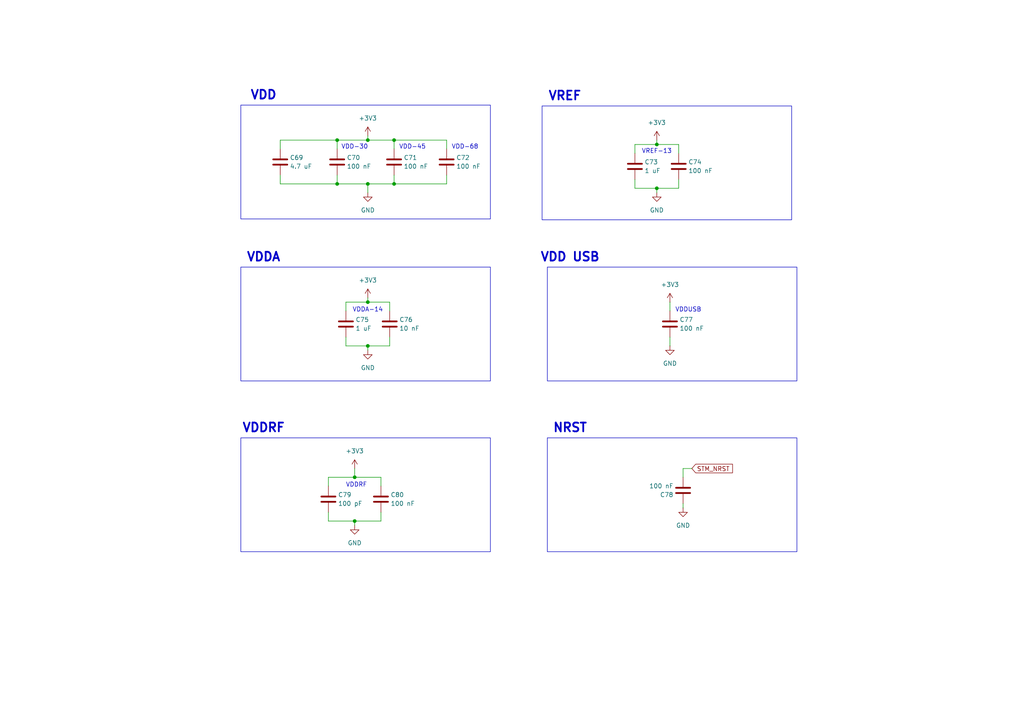
<source format=kicad_sch>
(kicad_sch (version 20231120) (generator "eeschema") (generator_version "8.0")
  (paper "A4")
  (title_block (title "Jakka1") (rev "1") (company "Jacob Kapala"))
  (lib_symbols
    (symbol "Device:C" (pin_numbers hide) (pin_names (offset 0.254))
      (property "Reference" "C" (at 0.635 2.54 0))
      (property "Value" "C" (at 0.635 -2.54 0))
      (symbol "C_0_1"
        (polyline (pts (xy -2.032 -0.762) (xy 2.032 -0.762)) (stroke (width 0.508)))
        (polyline (pts (xy -2.032 0.762) (xy 2.032 0.762)) (stroke (width 0.508)))
      )
      (symbol "C_1_1"
        (pin passive line (at 0 3.81 270) (length 2.794) (name "~") (number "1"))
        (pin passive line (at 0 -3.81 90) (length 2.794) (name "~") (number "2"))
      )
    )
    (symbol "power:+3V3" (power) (pin_numbers hide) (pin_names (offset 0) hide)
      (property "Value" "+3V3" (at 0 3.556 0))
      (symbol "+3V3_0_1"
        (polyline (pts (xy -0.762 1.27) (xy 0 2.54)))
        (polyline (pts (xy 0 0) (xy 0 2.54)))
        (polyline (pts (xy 0 2.54) (xy 0.762 1.27)))
      )
      (symbol "+3V3_1_1"
        (pin power_in line (at 0 0 90) (length 0) (name "~") (number "1"))
      )
    )
    (symbol "power:GND" (power) (pin_numbers hide) (pin_names (offset 0) hide)
      (property "Value" "GND" (at 0 -3.81 0))
      (symbol "GND_0_1"
        (polyline (pts (xy 0 0) (xy 0 -1.27) (xy 1.27 -1.27) (xy 0 -2.54) (xy -1.27 -1.27) (xy 0 -1.27)))
      )
      (symbol "GND_1_1"
        (pin power_in line (at 0 0 270) (length 0) (name "~") (number "1"))
      )
    )
  )
  (junction (at 114.3 53.34))
  (junction (at 106.68 87.63))
  (junction (at 190.5 54.61))
  (junction (at 106.68 100.33))
  (junction (at 114.3 40.64))
  (junction (at 102.87 138.43))
  (junction (at 190.5 41.91))
  (junction (at 97.79 53.34))
  (junction (at 102.87 151.13))
  (junction (at 97.79 40.64))
  (junction (at 106.68 53.34))
  (junction (at 106.68 40.64))
  (wire (pts (xy 95.25 138.43) (xy 102.87 138.43)))
  (wire (pts (xy 184.15 41.91) (xy 190.5 41.91)))
  (wire (pts (xy 198.12 147.32) (xy 198.12 146.05)))
  (wire (pts (xy 198.12 138.43) (xy 198.12 135.89)))
  (wire (pts (xy 102.87 135.89) (xy 102.87 138.43)))
  (wire (pts (xy 102.87 151.13) (xy 102.87 152.4)))
  (wire (pts (xy 184.15 54.61) (xy 190.5 54.61)))
  (wire (pts (xy 184.15 44.45) (xy 184.15 41.91)))
  (wire (pts (xy 102.87 151.13) (xy 110.49 151.13)))
  (wire (pts (xy 95.25 140.97) (xy 95.25 138.43)))
  (wire (pts (xy 194.31 87.63) (xy 194.31 90.17)))
  (wire (pts (xy 110.49 138.43) (xy 110.49 140.97)))
  (wire (pts (xy 198.12 135.89) (xy 200.66 135.89)))
  (wire (pts (xy 113.03 87.63) (xy 113.03 90.17)))
  (wire (pts (xy 129.54 43.18) (xy 129.54 40.64)))
  (wire (pts (xy 129.54 53.34) (xy 114.3 53.34)))
  (wire (pts (xy 196.85 41.91) (xy 196.85 44.45)))
  (wire (pts (xy 97.79 50.8) (xy 97.79 53.34)))
  (wire (pts (xy 106.68 53.34) (xy 106.68 55.88)))
  (wire (pts (xy 106.68 53.34) (xy 97.79 53.34)))
  (wire (pts (xy 106.68 40.64) (xy 97.79 40.64)))
  (wire (pts (xy 106.68 86.36) (xy 106.68 87.63)))
  (wire (pts (xy 190.5 54.61) (xy 196.85 54.61)))
  (wire (pts (xy 106.68 87.63) (xy 113.03 87.63)))
  (wire (pts (xy 114.3 50.8) (xy 114.3 53.34)))
  (wire (pts (xy 110.49 151.13) (xy 110.49 148.59)))
  (wire (pts (xy 129.54 50.8) (xy 129.54 53.34)))
  (wire (pts (xy 106.68 100.33) (xy 113.03 100.33)))
  (wire (pts (xy 114.3 43.18) (xy 114.3 40.64)))
  (wire (pts (xy 100.33 87.63) (xy 106.68 87.63)))
  (wire (pts (xy 184.15 52.07) (xy 184.15 54.61)))
  (wire (pts (xy 106.68 39.37) (xy 106.68 40.64)))
  (wire (pts (xy 190.5 41.91) (xy 196.85 41.91)))
  (wire (pts (xy 100.33 90.17) (xy 100.33 87.63)))
  (wire (pts (xy 100.33 100.33) (xy 106.68 100.33)))
  (wire (pts (xy 97.79 40.64) (xy 97.79 43.18)))
  (wire (pts (xy 81.28 53.34) (xy 81.28 50.8)))
  (wire (pts (xy 81.28 40.64) (xy 97.79 40.64)))
  (wire (pts (xy 114.3 40.64) (xy 106.68 40.64)))
  (wire (pts (xy 113.03 100.33) (xy 113.03 97.79)))
  (wire (pts (xy 106.68 100.33) (xy 106.68 101.6)))
  (wire (pts (xy 95.25 148.59) (xy 95.25 151.13)))
  (wire (pts (xy 95.25 151.13) (xy 102.87 151.13)))
  (wire (pts (xy 190.5 40.64) (xy 190.5 41.91)))
  (wire (pts (xy 196.85 54.61) (xy 196.85 52.07)))
  (wire (pts (xy 190.5 54.61) (xy 190.5 55.88)))
  (wire (pts (xy 194.31 97.79) (xy 194.31 100.33)))
  (wire (pts (xy 100.33 97.79) (xy 100.33 100.33)))
  (wire (pts (xy 114.3 53.34) (xy 106.68 53.34)))
  (wire (pts (xy 102.87 138.43) (xy 110.49 138.43)))
  (wire (pts (xy 97.79 53.34) (xy 81.28 53.34)))
  (wire (pts (xy 129.54 40.64) (xy 114.3 40.64)))
  (wire (pts (xy 81.28 43.18) (xy 81.28 40.64)))
  (rectangle (start 157.226 30.734) (end 229.616 63.754))
  (rectangle (start 158.75 77.47) (end 231.14 110.49))
  (rectangle (start 69.85 77.47) (end 142.24 110.49))
  (rectangle (start 69.85 30.48) (end 142.24 63.5))
  (rectangle (start 69.85 127) (end 142.24 160.02))
  (rectangle (start 158.75 127) (end 231.14 160.02))
  (text "VREF" (at 163.83 27.94 0) (effects (font (size 2.54 2.54) (thickness 0.508) (bold yes))))
  (text "VDD USB" (at 165.354 74.676 0) (effects (font (size 2.54 2.54) (thickness 0.508) (bold yes))))
  (text "VDD-68" (at 134.874 42.672 0) (effects (font (size 1.27 1.27))))
  (text "VDD-30" (at 102.87 42.672 0) (effects (font (size 1.27 1.27))))
  (text "VDD-45" (at 119.634 42.672 0) (effects (font (size 1.27 1.27))))
  (text "VDDRF\n" (at 103.378 140.716 0) (effects (font (size 1.27 1.27))))
  (text "VDDRF" (at 76.454 124.206 0) (effects (font (size 2.54 2.54) (thickness 0.508) (bold yes))))
  (text "VDD" (at 76.454 27.686 0) (effects (font (size 2.54 2.54) (thickness 0.508) (bold yes))))
  (text "VDDA-14" (at 106.68 89.916 0) (effects (font (size 1.27 1.27))))
  (text "VDDA" (at 76.454 74.676 0) (effects (font (size 2.54 2.54) (thickness 0.508) (bold yes))))
  (text "VDDUSB" (at 199.644 89.916 0) (effects (font (size 1.27 1.27))))
  (text "NRST" (at 165.354 124.206 0) (effects (font (size 2.54 2.54) (thickness 0.508) (bold yes))))
  (text "VREF-13" (at 190.5 43.942 0) (effects (font (size 1.27 1.27))))
  (global_label "STM_NRST" (shape input) (at 200.66 135.89 0) (property "Intersheetrefs" "${INTERSHEET_REFS}" (effects (hide yes))))
  (symbol (lib_id "Device:C") (at 81.28 46.99 0) (unit 1)
    (property "Reference" "C69" (at 84.074 45.72 0) (effects (justify left)))
    (property "Value" "4.7 uF" (at 84.074 48.26 0) (effects (justify left)))
    (property "Footprint" "Capacitor_SMD:C_0805_2012Metric" (effects (hide yes)))
    (property "Description" "Unpolarized capacitor" (effects (hide yes)))
  )
  (symbol (lib_id "power:+3V3") (at 102.87 135.89 0) (unit 1)
    (property "Reference" "#PWR0120" (effects (hide yes)))
    (property "Value" "+3V3" (at 102.87 130.81 0))
    (property "Description" "Power symbol creates a global label with name \"+3V3\"" (effects (hide yes)))
  )
  (symbol (lib_id "Device:C") (at 129.54 46.99 0) (unit 1)
    (property "Reference" "C72" (at 132.334 45.72 0) (effects (justify left)))
    (property "Value" "100 nF" (at 132.334 48.26 0) (effects (justify left)))
    (property "Footprint" "Capacitor_SMD:C_0603_1608Metric" (effects (hide yes)))
    (property "Description" "Unpolarized capacitor" (effects (hide yes)))
  )
  (symbol (lib_id "power:+3V3") (at 106.68 86.36 0) (unit 1)
    (property "Reference" "#PWR0116" (effects (hide yes)))
    (property "Value" "+3V3" (at 106.68 81.28 0))
    (property "Description" "Power symbol creates a global label with name \"+3V3\"" (effects (hide yes)))
  )
  (symbol (lib_id "Device:C") (at 194.31 93.98 0) (unit 1)
    (property "Reference" "C77" (at 197.104 92.71 0) (effects (justify left)))
    (property "Value" "100 nF" (at 197.104 95.25 0) (effects (justify left)))
    (property "Footprint" "Capacitor_SMD:C_0603_1608Metric" (effects (hide yes)))
    (property "Description" "Unpolarized capacitor" (effects (hide yes)))
  )
  (symbol (lib_id "Device:C") (at 97.79 46.99 0) (unit 1)
    (property "Reference" "C70" (at 100.584 45.72 0) (effects (justify left)))
    (property "Value" "100 nF" (at 100.584 48.26 0) (effects (justify left)))
    (property "Footprint" "Capacitor_SMD:C_0603_1608Metric" (effects (hide yes)))
    (property "Description" "Unpolarized capacitor" (effects (hide yes)))
  )
  (symbol (lib_id "power:+3V3") (at 194.31 87.63 0) (unit 1)
    (property "Reference" "#PWR0117" (effects (hide yes)))
    (property "Value" "+3V3" (at 194.31 82.55 0))
    (property "Description" "Power symbol creates a global label with name \"+3V3\"" (effects (hide yes)))
  )
  (symbol (lib_id "power:GND") (at 198.12 147.32 0) (unit 1)
    (property "Reference" "#PWR0121" (effects (hide yes)))
    (property "Value" "GND" (at 198.12 152.4 0))
    (property "Description" "Power symbol creates a global label with name \"GND\" , ground" (effects (hide yes)))
  )
  (symbol (lib_id "power:+3V3") (at 106.68 39.37 0) (unit 1)
    (property "Reference" "#PWR0112" (effects (hide yes)))
    (property "Value" "+3V3" (at 106.68 34.29 0))
    (property "Description" "Power symbol creates a global label with name \"+3V3\"" (effects (hide yes)))
  )
  (symbol (lib_id "power:GND") (at 194.31 100.33 0) (unit 1)
    (property "Reference" "#PWR0118" (effects (hide yes)))
    (property "Value" "GND" (at 194.31 105.41 0))
    (property "Description" "Power symbol creates a global label with name \"GND\" , ground" (effects (hide yes)))
  )
  (symbol (lib_id "power:GND") (at 190.5 55.88 0) (unit 1)
    (property "Reference" "#PWR0115" (effects (hide yes)))
    (property "Value" "GND" (at 190.5 60.96 0))
    (property "Description" "Power symbol creates a global label with name \"GND\" , ground" (effects (hide yes)))
  )
  (symbol (lib_id "Device:C") (at 198.12 142.24 180) (unit 1)
    (property "Reference" "C78" (at 195.326 143.51 0) (effects (justify left)))
    (property "Value" "100 nF" (at 195.326 140.97 0) (effects (justify left)))
    (property "Footprint" "Capacitor_SMD:C_0603_1608Metric" (effects (hide yes)))
    (property "Description" "Unpolarized capacitor" (effects (hide yes)))
  )
  (symbol (lib_id "power:GND") (at 106.68 55.88 0) (unit 1)
    (property "Reference" "#PWR0114" (effects (hide yes)))
    (property "Value" "GND" (at 106.68 60.96 0))
    (property "Description" "Power symbol creates a global label with name \"GND\" , ground" (effects (hide yes)))
  )
  (symbol (lib_id "Device:C") (at 184.15 48.26 0) (unit 1)
    (property "Reference" "C73" (at 186.944 46.99 0) (effects (justify left)))
    (property "Value" "1 uF" (at 186.944 49.53 0) (effects (justify left)))
    (property "Footprint" "Capacitor_SMD:C_0603_1608Metric" (effects (hide yes)))
    (property "Description" "Unpolarized capacitor" (effects (hide yes)))
  )
  (symbol (lib_id "Device:C") (at 114.3 46.99 0) (unit 1)
    (property "Reference" "C71" (at 117.094 45.72 0) (effects (justify left)))
    (property "Value" "100 nF" (at 117.094 48.26 0) (effects (justify left)))
    (property "Footprint" "Capacitor_SMD:C_0603_1608Metric" (effects (hide yes)))
    (property "Description" "Unpolarized capacitor" (effects (hide yes)))
  )
  (symbol (lib_id "Device:C") (at 95.25 144.78 0) (unit 1)
    (property "Reference" "C79" (at 98.044 143.51 0) (effects (justify left)))
    (property "Value" "100 pF" (at 98.044 146.05 0) (effects (justify left)))
    (property "Footprint" "Capacitor_SMD:C_0603_1608Metric" (effects (hide yes)))
    (property "Description" "Unpolarized capacitor" (effects (hide yes)))
  )
  (symbol (lib_id "Device:C") (at 196.85 48.26 0) (unit 1)
    (property "Reference" "C74" (at 199.644 46.99 0) (effects (justify left)))
    (property "Value" "100 nF" (at 199.644 49.53 0) (effects (justify left)))
    (property "Footprint" "Capacitor_SMD:C_0603_1608Metric" (effects (hide yes)))
    (property "Description" "Unpolarized capacitor" (effects (hide yes)))
  )
  (symbol (lib_id "power:+3V3") (at 190.5 40.64 0) (unit 1)
    (property "Reference" "#PWR0113" (effects (hide yes)))
    (property "Value" "+3V3" (at 190.5 35.56 0))
    (property "Description" "Power symbol creates a global label with name \"+3V3\"" (effects (hide yes)))
  )
  (symbol (lib_id "Device:C") (at 100.33 93.98 0) (unit 1)
    (property "Reference" "C75" (at 103.124 92.71 0) (effects (justify left)))
    (property "Value" "1 uF" (at 103.124 95.25 0) (effects (justify left)))
    (property "Footprint" "Capacitor_SMD:C_0603_1608Metric" (effects (hide yes)))
    (property "Description" "Unpolarized capacitor" (effects (hide yes)))
  )
  (symbol (lib_id "Device:C") (at 110.49 144.78 0) (unit 1)
    (property "Reference" "C80" (at 113.284 143.51 0) (effects (justify left)))
    (property "Value" "100 nF" (at 113.284 146.05 0) (effects (justify left)))
    (property "Footprint" "Capacitor_SMD:C_0603_1608Metric" (effects (hide yes)))
    (property "Description" "Unpolarized capacitor" (effects (hide yes)))
  )
  (symbol (lib_id "Device:C") (at 113.03 93.98 0) (unit 1)
    (property "Reference" "C76" (at 115.824 92.71 0) (effects (justify left)))
    (property "Value" "10 nF" (at 115.824 95.25 0) (effects (justify left)))
    (property "Footprint" "Capacitor_SMD:C_0603_1608Metric" (effects (hide yes)))
    (property "Description" "Unpolarized capacitor" (effects (hide yes)))
  )
  (symbol (lib_id "power:GND") (at 102.87 152.4 0) (unit 1)
    (property "Reference" "#PWR0122" (effects (hide yes)))
    (property "Value" "GND" (at 102.87 157.48 0))
    (property "Description" "Power symbol creates a global label with name \"GND\" , ground" (effects (hide yes)))
  )
  (symbol (lib_id "power:GND") (at 106.68 101.6 0) (unit 1)
    (property "Reference" "#PWR0119" (effects (hide yes)))
    (property "Value" "GND" (at 106.68 106.68 0))
    (property "Description" "Power symbol creates a global label with name \"GND\" , ground" (effects (hide yes)))
  )
)
</source>
